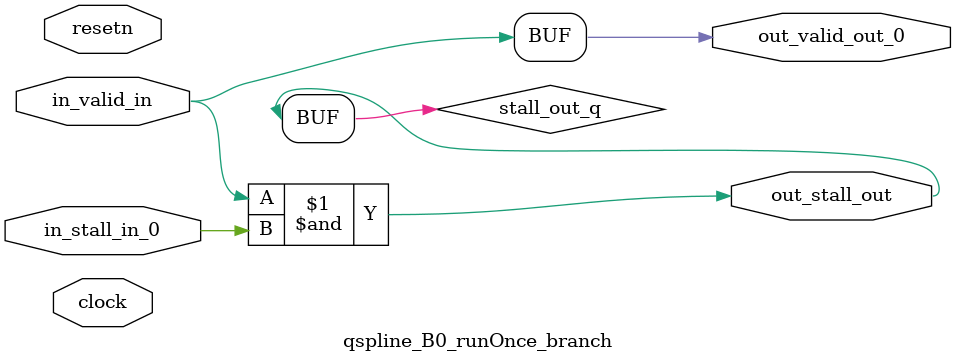
<source format=sv>



(* altera_attribute = "-name AUTO_SHIFT_REGISTER_RECOGNITION OFF; -name MESSAGE_DISABLE 10036; -name MESSAGE_DISABLE 10037; -name MESSAGE_DISABLE 14130; -name MESSAGE_DISABLE 14320; -name MESSAGE_DISABLE 15400; -name MESSAGE_DISABLE 14130; -name MESSAGE_DISABLE 10036; -name MESSAGE_DISABLE 12020; -name MESSAGE_DISABLE 12030; -name MESSAGE_DISABLE 12010; -name MESSAGE_DISABLE 12110; -name MESSAGE_DISABLE 14320; -name MESSAGE_DISABLE 13410; -name MESSAGE_DISABLE 113007; -name MESSAGE_DISABLE 10958" *)
module qspline_B0_runOnce_branch (
    input wire [0:0] in_stall_in_0,
    input wire [0:0] in_valid_in,
    output wire [0:0] out_stall_out,
    output wire [0:0] out_valid_out_0,
    input wire clock,
    input wire resetn
    );

    wire [0:0] stall_out_q;


    // stall_out(LOGICAL,6)
    assign stall_out_q = in_valid_in & in_stall_in_0;

    // out_stall_out(GPOUT,4)
    assign out_stall_out = stall_out_q;

    // out_valid_out_0(GPOUT,5)
    assign out_valid_out_0 = in_valid_in;

endmodule

</source>
